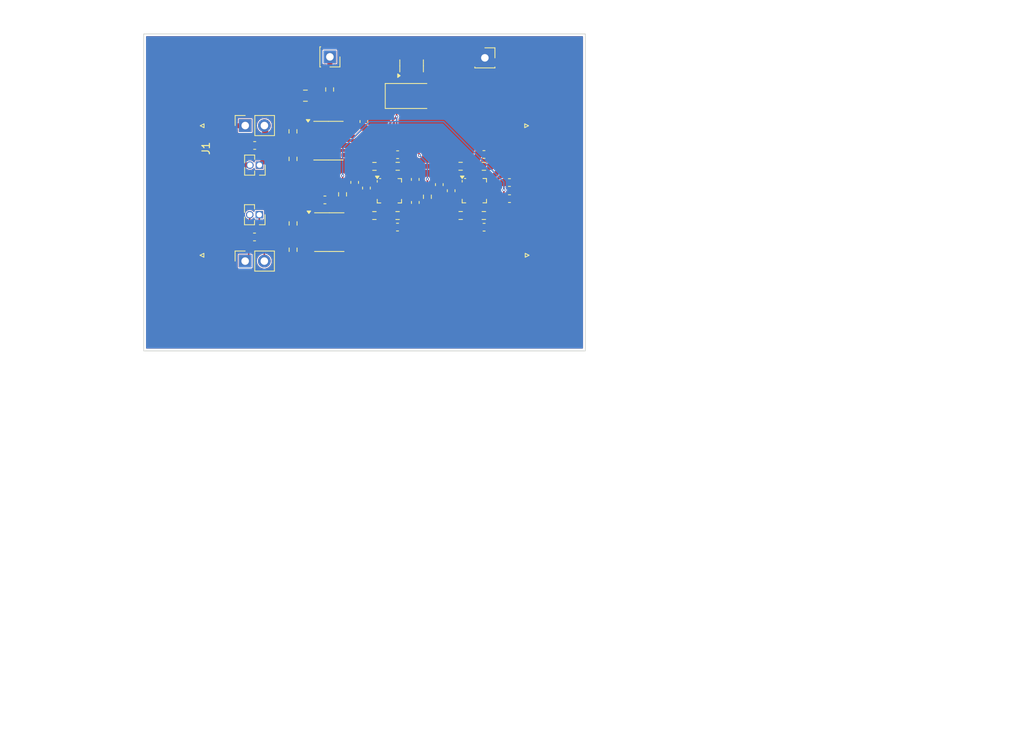
<source format=kicad_pcb>
(kicad_pcb (version 20221018) (generator pcbnew)
  (layers (0 "F.Cu" signal) (31 "B.Cu" signal) (34 "B.Paste" user) (35 "F.Paste" user) (36 "B.SilkS" user "B.Silkscreen") (37 "F.SilkS" user "F.Silkscreen") (38 "B.Mask" user) (39 "F.Mask" user) (44 "Edge.Cuts" user))
  (net 0 "")
  (net 1 "Net-(U4-Vocm)")
  (net 2 "GND")
  (net 3 "/IN+")
  (net 4 "Net-(JP1-B)")
  (net 5 "Net-(U2-OUT-)")
  (net 6 "Net-(U2-IN+)")
  (net 7 "Net-(U2-IN-)")
  (net 8 "Net-(U2-OUT+)")
  (net 9 "/IN-")
  (net 10 "Net-(JP2-B)")
  (net 11 "Net-(U4-OUT-)")
  (net 12 "Net-(U4-IN+)")
  (net 13 "Net-(U4-IN-)")
  (net 14 "Net-(U4-OUT+)")
  (net 15 "+5V")
  (net 16 "/OUT-")
  (net 17 "/OUT+")
  (net 18 "Net-(U1-IN-)")
  (net 19 "Net-(U3-IN-)")
  (net 26 "Net-(U2-Vocm)")
  (net 27 "Net-(J5-Pin_1)")
  (footprint "Connector_PinSocket_2.54mm:PinSocket_1x01_P2.54mm_Vertical" (layer "F.Cu") (at 141.57 70.77)
    (fp_text reference "J6")
    (fp_text value "Conn_01x01_Socket")
    (pad "1" thru_hole rect (at 0 0) (size 1.7 1.7) (drill 1) (layers "*.Cu" "*.Mask") (net 2 "GND"))
  )
  (footprint "Resistor_SMD:R_0603_1608Metric" (layer "F.Cu") (at 116.16 80.5 -90)
    (fp_text reference "R3")
    (fp_text value "2.5Meg")
    (pad "1" smd roundrect (at -0.825 0 270) (size 0.8 0.95) (layers "F.Cu" "F.Paste" "F.Mask") (net 15 "+5V"))
    (pad "2" smd roundrect (at 0.825 0 270) (size 0.8 0.95) (layers "F.Cu" "F.Paste" "F.Mask") (net 4 "Net-(JP1-B)"))
  )
  (footprint "Connector_PinSocket_2.54mm:PinSocket_1x01_P2.54mm_Vertical" (layer "F.Cu") (at 121.05 70.64 -90)
    (fp_text reference "J5")
    (fp_text value "Conn_01x01_Socket")
    (pad "1" thru_hole rect (at 0 0 270) (size 1.7 1.7) (drill 1) (layers "*.Cu" "*.Mask") (net 27 "Net-(J5-Pin_1)"))
  )
  (footprint "Connector_PinSocket_2.54mm:PinSocket_1x02_P2.54mm_Vertical" (layer "F.Cu") (at 109.84 79.735 90)
    (fp_text reference "JP1")
    (fp_text value "Jumper_2_Open")
    (pad "1" thru_hole rect (at 0 0 90) (size 1.7 1.7) (drill 1) (layers "*.Cu" "*.Mask") (net 3 "/IN+"))
    (pad "2" thru_hole oval (at 0 2.54 90) (size 1.7 1.7) (drill 1) (layers "*.Cu" "*.Mask") (net 4 "Net-(JP1-B)"))
  )
  (footprint "Package_DFN_QFN:QFN-16-1EP_3x3mm_P0.5mm_EP1.45x1.45mm" (layer "F.Cu") (at 128.93 88.37)
    (fp_text reference "U2")
    (fp_text value "LT6404IUD")
    (pad "1" smd roundrect (at -1.4375 -0.75) (size 0.875 0.25) (layers "F.Cu" "F.Paste" "F.Mask") (net 15 "+5V"))
    (pad "2" smd roundrect (at -1.4375 -0.25) (size 0.875 0.25) (layers "F.Cu" "F.Paste" "F.Mask") (net 15 "+5V"))
    (pad "3" smd roundrect (at -1.4375 0.25) (size 0.875 0.25) (layers "F.Cu" "F.Paste" "F.Mask") (net 2 "GND"))
    (pad "4" smd roundrect (at -1.4375 0.75) (size 0.875 0.25) (layers "F.Cu" "F.Paste" "F.Mask") (net 26 "Net-(U2-Vocm)"))
    (pad "5" smd roundrect (at -0.75 1.4375) (size 0.25 0.875) (layers "F.Cu" "F.Paste" "F.Mask"))
    (pad "6" smd roundrect (at -0.25 1.4375) (size 0.25 0.875) (layers "F.Cu" "F.Paste" "F.Mask") (net 7 "Net-(U2-IN-)"))
    (pad "7" smd roundrect (at 0.25 1.4375) (size 0.25 0.875) (layers "F.Cu" "F.Paste" "F.Mask") (net 8 "Net-(U2-OUT+)"))
    (pad "8" smd roundrect (at 0.75 1.4375) (size 0.25 0.875) (layers "F.Cu" "F.Paste" "F.Mask"))
    (pad "9" smd roundrect (at 1.4375 0.75) (size 0.875 0.25) (layers "F.Cu" "F.Paste" "F.Mask") (net 2 "GND"))
    (pad "10" smd roundrect (at 1.4375 0.25) (size 0.875 0.25) (layers "F.Cu" "F.Paste" "F.Mask") (net 15 "+5V"))
    (pad "11" smd roundrect (at 1.4375 -0.25) (size 0.875 0.25) (layers "F.Cu" "F.Paste" "F.Mask") (net 15 "+5V"))
    (pad "12" smd roundrect (at 1.4375 -0.75) (size 0.875 0.25) (layers "F.Cu" "F.Paste" "F.Mask") (net 2 "GND"))
    (pad "13" smd roundrect (at 0.75 -1.4375) (size 0.25 0.875) (layers "F.Cu" "F.Paste" "F.Mask"))
    (pad "14" smd roundrect (at 0.25 -1.4375) (size 0.25 0.875) (layers "F.Cu" "F.Paste" "F.Mask") (net 5 "Net-(U2-OUT-)"))
    (pad "15" smd roundrect (at -0.25 -1.4375) (size 0.25 0.875) (layers "F.Cu" "F.Paste" "F.Mask") (net 6 "Net-(U2-IN+)"))
    (pad "16" smd roundrect (at -0.75 -1.4375) (size 0.25 0.875) (layers "F.Cu" "F.Paste" "F.Mask"))
    (pad "17" smd rect (at 0 0) (size 1.45 1.45) (property pad_prop_heatsink) (layers "F.Cu" "F.Mask") (net 2 "GND"))
  )
  (footprint "Capacitor_SMD:C_0603_1608Metric" (layer "F.Cu") (at 130.0025 93.18)
    (fp_text reference "C4")
    (fp_text value "1.5p")
    (pad "1" smd roundrect (at -0.775 0) (size 0.9 0.95) (layers "F.Cu" "F.Paste" "F.Mask") (net 7 "Net-(U2-IN-)"))
    (pad "2" smd roundrect (at 0.775 0) (size 0.9 0.95) (layers "F.Cu" "F.Paste" "F.Mask") (net 8 "Net-(U2-OUT+)"))
  )
  (footprint "Resistor_SMD:R_0603_1608Metric" (layer "F.Cu") (at 116.18 92.695 -90)
    (fp_text reference "R8")
    (fp_text value "2.5Meg")
    (pad "1" smd roundrect (at -0.825 0 270) (size 0.8 0.95) (layers "F.Cu" "F.Paste" "F.Mask") (net 15 "+5V"))
    (pad "2" smd roundrect (at 0.825 0 270) (size 0.8 0.95) (layers "F.Cu" "F.Paste" "F.Mask") (net 10 "Net-(JP2-B)"))
  )
  (footprint "Resistor_SMD:R_0603_1608Metric" (layer "F.Cu") (at 133.9575 89.165 90)
    (fp_text reference "R2")
    (fp_text value "28k")
    (pad "1" smd roundrect (at -0.825 0 90) (size 0.8 0.95) (layers "F.Cu" "F.Paste" "F.Mask") (net 1 "Net-(U4-Vocm)"))
    (pad "2" smd roundrect (at 0.825 0 90) (size 0.8 0.95) (layers "F.Cu" "F.Paste" "F.Mask") (net 15 "+5V"))
  )
  (footprint "Connector_PinSocket_1.27mm:PinSocket_1x02_P1.27mm_Vertical" (layer "F.Cu") (at 111.705 91.54 -90)
    (fp_text reference "JP4")
    (fp_text value "Jumper_2_Open")
    (pad "1" thru_hole rect (at 0 0 270) (size 1 1) (drill 0.7) (layers "*.Cu" "*.Mask") (net 10 "Net-(JP2-B)"))
    (pad "2" thru_hole oval (at 0 1.27 270) (size 1 1) (drill 0.7) (layers "*.Cu" "*.Mask") (net 9 "/IN-"))
  )
  (footprint "Package_DFN_QFN:QFN-16-1EP_3x3mm_P0.5mm_EP1.45x1.45mm" (layer "F.Cu") (at 140.1775 88.355)
    (fp_text reference "U4")
    (fp_text value "LT6404IUD")
    (pad "1" smd roundrect (at -1.4375 -0.75) (size 0.875 0.25) (layers "F.Cu" "F.Paste" "F.Mask") (net 15 "+5V"))
    (pad "2" smd roundrect (at -1.4375 -0.25) (size 0.875 0.25) (layers "F.Cu" "F.Paste" "F.Mask") (net 15 "+5V"))
    (pad "3" smd roundrect (at -1.4375 0.25) (size 0.875 0.25) (layers "F.Cu" "F.Paste" "F.Mask") (net 2 "GND"))
    (pad "4" smd roundrect (at -1.4375 0.75) (size 0.875 0.25) (layers "F.Cu" "F.Paste" "F.Mask") (net 1 "Net-(U4-Vocm)"))
    (pad "5" smd roundrect (at -0.75 1.4375) (size 0.25 0.875) (layers "F.Cu" "F.Paste" "F.Mask"))
    (pad "6" smd roundrect (at -0.25 1.4375) (size 0.25 0.875) (layers "F.Cu" "F.Paste" "F.Mask") (net 13 "Net-(U4-IN-)"))
    (pad "7" smd roundrect (at 0.25 1.4375) (size 0.25 0.875) (layers "F.Cu" "F.Paste" "F.Mask") (net 14 "Net-(U4-OUT+)"))
    (pad "8" smd roundrect (at 0.75 1.4375) (size 0.25 0.875) (layers "F.Cu" "F.Paste" "F.Mask") (net 17 "/OUT+"))
    (pad "9" smd roundrect (at 1.4375 0.75) (size 0.875 0.25) (layers "F.Cu" "F.Paste" "F.Mask") (net 2 "GND"))
    (pad "10" smd roundrect (at 1.4375 0.25) (size 0.875 0.25) (layers "F.Cu" "F.Paste" "F.Mask") (net 15 "+5V"))
    (pad "11" smd roundrect (at 1.4375 -0.25) (size 0.875 0.25) (layers "F.Cu" "F.Paste" "F.Mask") (net 15 "+5V"))
    (pad "12" smd roundrect (at 1.4375 -0.75) (size 0.875 0.25) (layers "F.Cu" "F.Paste" "F.Mask") (net 2 "GND"))
    (pad "13" smd roundrect (at 0.75 -1.4375) (size 0.25 0.875) (layers "F.Cu" "F.Paste" "F.Mask") (net 16 "/OUT-"))
    (pad "14" smd roundrect (at 0.25 -1.4375) (size 0.25 0.875) (layers "F.Cu" "F.Paste" "F.Mask") (net 11 "Net-(U4-OUT-)"))
    (pad "15" smd roundrect (at -0.25 -1.4375) (size 0.25 0.875) (layers "F.Cu" "F.Paste" "F.Mask") (net 12 "Net-(U4-IN+)"))
    (pad "16" smd roundrect (at -0.75 -1.4375) (size 0.25 0.875) (layers "F.Cu" "F.Paste" "F.Mask"))
    (pad "17" smd rect (at 0 0) (size 1.45 1.45) (property pad_prop_heatsink) (layers "F.Cu" "F.Mask") (net 2 "GND"))
  )
  (footprint "Capacitor_SMD:C_0603_1608Metric" (layer "F.Cu") (at 111.07 94.485)
    (fp_text reference "C5")
    (fp_text value "10n")
    (pad "1" smd roundrect (at -0.775 0) (size 0.9 0.95) (layers "F.Cu" "F.Paste" "F.Mask") (net 9 "/IN-"))
    (pad "2" smd roundrect (at 0.775 0) (size 0.9 0.95) (layers "F.Cu" "F.Paste" "F.Mask") (net 10 "Net-(JP2-B)"))
  )
  (footprint "Capacitor_SMD:C_0603_1608Metric" (layer "F.Cu") (at 137.1075 88.365 -90)
    (fp_text reference "C9")
    (fp_text value "100n")
    (pad "1" smd roundrect (at -0.775 0 270) (size 0.9 0.95) (layers "F.Cu" "F.Paste" "F.Mask") (net 2 "GND"))
    (pad "2" smd roundrect (at 0.775 0 270) (size 0.9 0.95) (layers "F.Cu" "F.Paste" "F.Mask") (net 1 "Net-(U4-Vocm)"))
  )
  (footprint "Capacitor_SMD:C_0603_1608Metric" (layer "F.Cu") (at 125.55 79.2 90)
    (fp_text reference "C13")
    (fp_text value "100n")
    (pad "1" smd roundrect (at -0.775 0 90) (size 0.9 0.95) (layers "F.Cu" "F.Paste" "F.Mask") (net 15 "+5V"))
    (pad "2" smd roundrect (at 0.775 0 90) (size 0.9 0.95) (layers "F.Cu" "F.Paste" "F.Mask") (net 2 "GND"))
  )
  (footprint "Resistor_SMD:R_0603_1608Metric" (layer "F.Cu") (at 138.3575 85.125)
    (fp_text reference "R11")
    (fp_text value "49.9")
    (pad "1" smd roundrect (at -0.825 0) (size 0.8 0.95) (layers "F.Cu" "F.Paste" "F.Mask") (net 5 "Net-(U2-OUT-)"))
    (pad "2" smd roundrect (at 0.825 0) (size 0.8 0.95) (layers "F.Cu" "F.Paste" "F.Mask") (net 12 "Net-(U4-IN+)"))
  )
  (footprint "Connector_Coaxial:SMA_Amphenol_132289_EdgeMount" (layer "F.Cu") (at 100.68 79.76 180)
    (fp_text reference "J1" (at -3.96 -3 90) (layer "F.SilkS"))
    (fp_text value "Conn_Coaxial_Small")
    (pad "1" smd rect (at 0 0 270) (size 1.5 5.08) (layers "F.Cu" "F.Paste" "F.Mask") (net 3 "/IN+"))
    (pad "2" smd rect (at 0 -4.25 270) (size 1.5 5.08) (layers "F.Cu" "F.Paste" "F.Mask") (net 2 "GND"))
    (pad "2" smd rect (at 0 -4.25 270) (size 1.5 5.08) (layers "B.Cu" "B.Paste" "B.Mask") (net 2 "GND"))
    (pad "2" smd rect (at 0 4.25 270) (size 1.5 5.08) (layers "F.Cu" "F.Paste" "F.Mask") (net 2 "GND"))
    (pad "2" smd rect (at 0 4.25 270) (size 1.5 5.08) (layers "B.Cu" "B.Paste" "B.Mask") (net 2 "GND"))
  )
  (footprint "Capacitor_SMD:C_0603_1608Metric" (layer "F.Cu") (at 135.5375 87.555 90)
    (fp_text reference "C11")
    (fp_text value "100n")
    (pad "1" smd roundrect (at -0.775 0 90) (size 0.9 0.95) (layers "F.Cu" "F.Paste" "F.Mask") (net 15 "+5V"))
    (pad "2" smd roundrect (at 0.775 0 90) (size 0.9 0.95) (layers "F.Cu" "F.Paste" "F.Mask") (net 2 "GND"))
  )
  (footprint "Resistor_SMD:R_0603_1608Metric" (layer "F.Cu") (at 141.4475 85.135)
    (fp_text reference "R13")
    (fp_text value "499")
    (pad "1" smd roundrect (at -0.825 0) (size 0.8 0.95) (layers "F.Cu" "F.Paste" "F.Mask") (net 12 "Net-(U4-IN+)"))
    (pad "2" smd roundrect (at 0.825 0) (size 0.8 0.95) (layers "F.Cu" "F.Paste" "F.Mask") (net 11 "Net-(U4-OUT-)"))
  )
  (footprint "Connector_PinSocket_1.27mm:PinSocket_1x02_P1.27mm_Vertical" (layer "F.Cu") (at 111.725 84.975 -90)
    (fp_text reference "JP3")
    (fp_text value "Jumper_2_Open")
    (pad "1" thru_hole rect (at 0 0 270) (size 1 1) (drill 0.7) (layers "*.Cu" "*.Mask") (net 4 "Net-(JP1-B)"))
    (pad "2" thru_hole oval (at 0 1.27 270) (size 1 1) (drill 0.7) (layers "*.Cu" "*.Mask") (net 3 "/IN+"))
  )
  (footprint "Capacitor_SMD:C_0603_1608Metric" (layer "F.Cu") (at 120.39 89.58 180)
    (fp_text reference "C12")
    (fp_text value "100n")
    (pad "1" smd roundrect (at -0.775 0 180) (size 0.9 0.95) (layers "F.Cu" "F.Paste" "F.Mask") (net 15 "+5V"))
    (pad "2" smd roundrect (at 0.775 0 180) (size 0.9 0.95) (layers "F.Cu" "F.Paste" "F.Mask") (net 2 "GND"))
  )
  (footprint "Resistor_SMD:R_0603_1608Metric" (layer "F.Cu") (at 126.95 85.14)
    (fp_text reference "R5")
    (fp_text value "49.9")
    (pad "1" smd roundrect (at -0.825 0) (size 0.8 0.95) (layers "F.Cu" "F.Paste" "F.Mask") (net 18 "Net-(U1-IN-)"))
    (pad "2" smd roundrect (at 0.825 0) (size 0.8 0.95) (layers "F.Cu" "F.Paste" "F.Mask") (net 6 "Net-(U2-IN+)"))
  )
  (footprint "Resistor_SMD:R_0603_1608Metric" (layer "F.Cu") (at 130.0125 91.65 180)
    (fp_text reference "R7")
    (fp_text value "1k")
    (pad "1" smd roundrect (at -0.825 0 180) (size 0.8 0.95) (layers "F.Cu" "F.Paste" "F.Mask") (net 8 "Net-(U2-OUT+)"))
    (pad "2" smd roundrect (at 0.825 0 180) (size 0.8 0.95) (layers "F.Cu" "F.Paste" "F.Mask") (net 7 "Net-(U2-IN-)"))
  )
  (footprint "Connector_Coaxial:SMA_Amphenol_132289_EdgeMount" (layer "F.Cu") (at 100.65 96.91 180)
    (fp_text reference "J2")
    (fp_text value "Conn_Coaxial_Small")
    (pad "1" smd rect (at 0 0 270) (size 1.5 5.08) (layers "F.Cu" "F.Paste" "F.Mask") (net 9 "/IN-"))
    (pad "2" smd rect (at 0 -4.25 270) (size 1.5 5.08) (layers "F.Cu" "F.Paste" "F.Mask") (net 2 "GND"))
    (pad "2" smd rect (at 0 -4.25 270) (size 1.5 5.08) (layers "B.Cu" "B.Paste" "B.Mask") (net 2 "GND"))
    (pad "2" smd rect (at 0 4.25 270) (size 1.5 5.08) (layers "F.Cu" "F.Paste" "F.Mask") (net 2 "GND"))
    (pad "2" smd rect (at 0 4.25 270) (size 1.5 5.08) (layers "B.Cu" "B.Paste" "B.Mask") (net 2 "GND"))
  )
  (footprint "Package_TO_SOT_SMD:SOT-23-3" (layer "F.Cu") (at 131.8675 71.83 90)
    (fp_text reference "D1")
    (fp_text value "D_Zener 5.1V")
    (pad "1" smd roundrect (at -1.1375 -0.95 90) (size 1.325 0.6) (layers "F.Cu" "F.Paste" "F.Mask") (net 15 "+5V"))
    (pad "2" smd roundrect (at -1.1375 0.95 90) (size 1.325 0.6) (layers "F.Cu" "F.Paste" "F.Mask") (net 2 "GND"))
    (pad "3" smd roundrect (at 1.1375 0 90) (size 1.325 0.6) (layers "F.Cu" "F.Paste" "F.Mask"))
  )
  (footprint "Resistor_SMD:R_0603_1608Metric" (layer "F.Cu") (at 141.4375 91.645 180)
    (fp_text reference "R14")
    (fp_text value "499")
    (pad "1" smd roundrect (at -0.825 0 180) (size 0.8 0.95) (layers "F.Cu" "F.Paste" "F.Mask") (net 14 "Net-(U4-OUT+)"))
    (pad "2" smd roundrect (at 0.825 0 180) (size 0.8 0.95) (layers "F.Cu" "F.Paste" "F.Mask") (net 13 "Net-(U4-IN-)"))
  )
  (footprint "Diode_SMD:D_SMA" (layer "F.Cu") (at 131.89 75.82)
    (fp_text reference "D2")
    (fp_text value "SS14")
    (pad "1" smd roundrect (at -2 0) (size 2.5 1.8) (layers "F.Cu" "F.Paste" "F.Mask") (roundrect_rratio 0.1388888889) (net 15 "+5V"))
    (pad "2" smd roundrect (at 2 0) (size 2.5 1.8) (layers "F.Cu" "F.Paste" "F.Mask") (roundrect_rratio 0.1388888889) (net 2 "GND"))
  )
  (footprint "Resistor_SMD:R_0603_1608Metric" (layer "F.Cu") (at 138.3675 91.645)
    (fp_text reference "R12")
    (fp_text value "49.9")
    (pad "1" smd roundrect (at -0.825 0) (size 0.8 0.95) (layers "F.Cu" "F.Paste" "F.Mask") (net 8 "Net-(U2-OUT+)"))
    (pad "2" smd roundrect (at 0.825 0) (size 0.8 0.95) (layers "F.Cu" "F.Paste" "F.Mask") (net 13 "Net-(U4-IN-)"))
  )
  (footprint "Package_SO:SO-8_3.9x4.9mm_P1.27mm" (layer "F.Cu") (at 120.86 81.735)
    (fp_text reference "U1")
    (fp_text value "LT6202")
    (pad "1" smd roundrect (at -2.575 -1.905) (size 1.75 0.6) (layers "F.Cu" "F.Paste" "F.Mask"))
    (pad "2" smd roundrect (at -2.575 -0.635) (size 1.75 0.6) (layers "F.Cu" "F.Paste" "F.Mask") (net 18 "Net-(U1-IN-)"))
    (pad "3" smd roundrect (at -2.575 0.635) (size 1.75 0.6) (layers "F.Cu" "F.Paste" "F.Mask") (net 4 "Net-(JP1-B)"))
    (pad "4" smd roundrect (at -2.575 1.905) (size 1.75 0.6) (layers "F.Cu" "F.Paste" "F.Mask") (net 2 "GND"))
    (pad "5" smd roundrect (at 2.575 1.905) (size 1.75 0.6) (layers "F.Cu" "F.Paste" "F.Mask"))
    (pad "6" smd roundrect (at 2.575 0.635) (size 1.75 0.6) (layers "F.Cu" "F.Paste" "F.Mask") (net 18 "Net-(U1-IN-)"))
    (pad "7" smd roundrect (at 2.575 -0.635) (size 1.75 0.6) (layers "F.Cu" "F.Paste" "F.Mask") (net 15 "+5V"))
    (pad "8" smd roundrect (at 2.575 -1.905) (size 1.75 0.6) (layers "F.Cu" "F.Paste" "F.Mask"))
  )
  (footprint "Resistor_SMD:R_0603_1608Metric" (layer "F.Cu") (at 130.03 85.13)
    (fp_text reference "R6")
    (fp_text value "1k")
    (pad "1" smd roundrect (at -0.825 0) (size 0.8 0.95) (layers "F.Cu" "F.Paste" "F.Mask") (net 6 "Net-(U2-IN+)"))
    (pad "2" smd roundrect (at 0.825 0) (size 0.8 0.95) (layers "F.Cu" "F.Paste" "F.Mask") (net 5 "Net-(U2-OUT-)"))
  )
  (footprint "Capacitor_SMD:C_0603_1608Metric" (layer "F.Cu") (at 125.89 88.01 -90)
    (fp_text reference "C14")
    (fp_text value "100n")
    (pad "1" smd roundrect (at -0.775 0 270) (size 0.9 0.95) (layers "F.Cu" "F.Paste" "F.Mask") (net 2 "GND"))
    (pad "2" smd roundrect (at 0.775 0 270) (size 0.9 0.95) (layers "F.Cu" "F.Paste" "F.Mask") (net 26 "Net-(U2-Vocm)"))
  )
  (footprint "Connector_Coaxial:SMA_Amphenol_132289_EdgeMount" (layer "F.Cu") (at 150.6275 96.91)
    (fp_text reference "J4")
    (fp_text value "Conn_Coaxial_Small")
    (pad "1" smd rect (at 0 0 90) (size 1.5 5.08) (layers "F.Cu" "F.Paste" "F.Mask") (net 17 "/OUT+"))
    (pad "2" smd rect (at 0 -4.25 90) (size 1.5 5.08) (layers "F.Cu" "F.Paste" "F.Mask") (net 2 "GND"))
    (pad "2" smd rect (at 0 -4.25 90) (size 1.5 5.08) (layers "B.Cu" "B.Paste" "B.Mask") (net 2 "GND"))
    (pad "2" smd rect (at 0 4.25 90) (size 1.5 5.08) (layers "F.Cu" "F.Paste" "F.Mask") (net 2 "GND"))
    (pad "2" smd rect (at 0 4.25 90) (size 1.5 5.08) (layers "B.Cu" "B.Paste" "B.Mask") (net 2 "GND"))
  )
  (footprint "Resistor_SMD:R_0603_1608Metric" (layer "F.Cu") (at 116.18 96.175 -90)
    (fp_text reference "R9")
    (fp_text value "1Meg")
    (pad "1" smd roundrect (at -0.825 0 270) (size 0.8 0.95) (layers "F.Cu" "F.Paste" "F.Mask") (net 10 "Net-(JP2-B)"))
    (pad "2" smd roundrect (at 0.825 0 270) (size 0.8 0.95) (layers "F.Cu" "F.Paste" "F.Mask") (net 2 "GND"))
  )
  (footprint "Package_SO:SO-8_3.9x4.9mm_P1.27mm" (layer "F.Cu") (at 120.97 93.845)
    (fp_text reference "U3")
    (fp_text value "LT6202")
    (pad "1" smd roundrect (at -2.575 -1.905) (size 1.75 0.6) (layers "F.Cu" "F.Paste" "F.Mask"))
    (pad "2" smd roundrect (at -2.575 -0.635) (size 1.75 0.6) (layers "F.Cu" "F.Paste" "F.Mask") (net 19 "Net-(U3-IN-)"))
    (pad "3" smd roundrect (at -2.575 0.635) (size 1.75 0.6) (layers "F.Cu" "F.Paste" "F.Mask") (net 10 "Net-(JP2-B)"))
    (pad "4" smd roundrect (at -2.575 1.905) (size 1.75 0.6) (layers "F.Cu" "F.Paste" "F.Mask") (net 2 "GND"))
    (pad "5" smd roundrect (at 2.575 1.905) (size 1.75 0.6) (layers "F.Cu" "F.Paste" "F.Mask"))
    (pad "6" smd roundrect (at 2.575 0.635) (size 1.75 0.6) (layers "F.Cu" "F.Paste" "F.Mask") (net 19 "Net-(U3-IN-)"))
    (pad "7" smd roundrect (at 2.575 -0.635) (size 1.75 0.6) (layers "F.Cu" "F.Paste" "F.Mask") (net 15 "+5V"))
    (pad "8" smd roundrect (at 2.575 -1.905) (size 1.75 0.6) (layers "F.Cu" "F.Paste" "F.Mask"))
  )
  (footprint "Resistor_SMD:R_0603_1608Metric" (layer "F.Cu") (at 122.73 88.84 90)
    (fp_text reference "R15")
    (fp_text value "28k")
    (pad "1" smd roundrect (at -0.825 0 90) (size 0.8 0.95) (layers "F.Cu" "F.Paste" "F.Mask") (net 26 "Net-(U2-Vocm)"))
    (pad "2" smd roundrect (at 0.825 0 90) (size 0.8 0.95) (layers "F.Cu" "F.Paste" "F.Mask") (net 15 "+5V"))
  )
  (footprint "Capacitor_SMD:C_0603_1608Metric" (layer "F.Cu") (at 144.83 89.41)
    (fp_text reference "C15")
    (fp_text value "100n")
    (pad "1" smd roundrect (at -0.775 0) (size 0.9 0.95) (layers "F.Cu" "F.Paste" "F.Mask") (net 15 "+5V"))
    (pad "2" smd roundrect (at 0.775 0) (size 0.9 0.95) (layers "F.Cu" "F.Paste" "F.Mask") (net 2 "GND"))
  )
  (footprint "Connector_Coaxial:SMA_Amphenol_132289_EdgeMount" (layer "F.Cu") (at 150.5575 79.76)
    (fp_text reference "J3")
    (fp_text value "Conn_Coaxial_Small")
    (pad "1" smd rect (at 0 0 90) (size 1.5 5.08) (layers "F.Cu" "F.Paste" "F.Mask") (net 16 "/OUT-"))
    (pad "2" smd rect (at 0 -4.25 90) (size 1.5 5.08) (layers "F.Cu" "F.Paste" "F.Mask") (net 2 "GND"))
    (pad "2" smd rect (at 0 -4.25 90) (size 1.5 5.08) (layers "B.Cu" "B.Paste" "B.Mask") (net 2 "GND"))
    (pad "2" smd rect (at 0 4.25 90) (size 1.5 5.08) (layers "F.Cu" "F.Paste" "F.Mask") (net 2 "GND"))
    (pad "2" smd rect (at 0 4.25 90) (size 1.5 5.08) (layers "B.Cu" "B.Paste" "B.Mask") (net 2 "GND"))
  )
  (footprint "Capacitor_SMD:C_0603_1608Metric" (layer "F.Cu") (at 111.095 82.37)
    (fp_text reference "C2")
    (fp_text value "10n")
    (pad "1" smd roundrect (at -0.775 0) (size 0.9 0.95) (layers "F.Cu" "F.Paste" "F.Mask") (net 3 "/IN+"))
    (pad "2" smd roundrect (at 0.775 0) (size 0.9 0.95) (layers "F.Cu" "F.Paste" "F.Mask") (net 4 "Net-(JP1-B)"))
  )
  (footprint "Resistor_SMD:R_0603_1608Metric" (layer "F.Cu") (at 121.02 74.96 -90)
    (fp_text reference "F1")
    (fp_text value "Polyfuse")
    (pad "1" smd roundrect (at -0.825 0 270) (size 0.8 0.95) (layers "F.Cu" "F.Paste" "F.Mask") (net 27 "Net-(J5-Pin_1)"))
    (pad "2" smd roundrect (at 0.825 0 270) (size 0.8 0.95) (layers "F.Cu" "F.Paste" "F.Mask") (net 15 "+5V"))
  )
  (footprint "Capacitor_SMD:C_0603_1608Metric" (layer "F.Cu") (at 132.35 86.865 90)
    (fp_text reference "C16")
    (fp_text value "100n")
    (pad "1" smd roundrect (at -0.775 0 90) (size 0.9 0.95) (layers "F.Cu" "F.Paste" "F.Mask") (net 15 "+5V"))
    (pad "2" smd roundrect (at 0.775 0 90) (size 0.9 0.95) (layers "F.Cu" "F.Paste" "F.Mask") (net 2 "GND"))
  )
  (footprint "Capacitor_SMD:C_0603_1608Metric" (layer "F.Cu") (at 144.82 87.28)
    (fp_text reference "C1")
    (fp_text value "100n")
    (pad "1" smd roundrect (at -0.775 0) (size 0.9 0.95) (layers "F.Cu" "F.Paste" "F.Mask") (net 15 "+5V"))
    (pad "2" smd roundrect (at 0.775 0) (size 0.9 0.95) (layers "F.Cu" "F.Paste" "F.Mask") (net 2 "GND"))
  )
  (footprint "Capacitor_SMD:C_0603_1608Metric" (layer "F.Cu") (at 124.33 87.26 90)
    (fp_text reference "C10")
    (fp_text value "100n")
    (pad "1" smd roundrect (at -0.775 0 90) (size 0.9 0.95) (layers "F.Cu" "F.Paste" "F.Mask") (net 15 "+5V"))
    (pad "2" smd roundrect (at 0.775 0 90) (size 0.9 0.95) (layers "F.Cu" "F.Paste" "F.Mask") (net 2 "GND"))
  )
  (footprint "Resistor_SMD:R_0603_1608Metric" (layer "F.Cu") (at 126.9425 91.65)
    (fp_text reference "R10")
    (fp_text value "49.9")
    (pad "1" smd roundrect (at -0.825 0) (size 0.8 0.95) (layers "F.Cu" "F.Paste" "F.Mask") (net 19 "Net-(U3-IN-)"))
    (pad "2" smd roundrect (at 0.825 0) (size 0.8 0.95) (layers "F.Cu" "F.Paste" "F.Mask") (net 7 "Net-(U2-IN-)"))
  )
  (footprint "Capacitor_SMD:C_0603_1608Metric" (layer "F.Cu") (at 132.36 89.915 -90)
    (fp_text reference "C17")
    (fp_text value "100n")
    (pad "1" smd roundrect (at -0.775 0 270) (size 0.9 0.95) (layers "F.Cu" "F.Paste" "F.Mask") (net 15 "+5V"))
    (pad "2" smd roundrect (at 0.775 0 270) (size 0.9 0.95) (layers "F.Cu" "F.Paste" "F.Mask") (net 2 "GND"))
  )
  (footprint "Capacitor_SMD:C_0805_2012Metric" (layer "F.Cu") (at 117.81 75.78 180)
    (fp_text reference "C8")
    (fp_text value "1u")
    (pad "1" smd roundrect (at -0.95 0 180) (size 1 1.45) (layers "F.Cu" "F.Paste" "F.Mask") (net 15 "+5V"))
    (pad "2" smd roundrect (at 0.95 0 180) (size 1 1.45) (layers "F.Cu" "F.Paste" "F.Mask") (net 2 "GND"))
  )
  (footprint "Resistor_SMD:R_0603_1608Metric" (layer "F.Cu") (at 116.17 84.15 -90)
    (fp_text reference "R4")
    (fp_text value "1Meg")
    (pad "1" smd roundrect (at -0.825 0 270) (size 0.8 0.95) (layers "F.Cu" "F.Paste" "F.Mask") (net 4 "Net-(JP1-B)"))
    (pad "2" smd roundrect (at 0.825 0 270) (size 0.8 0.95) (layers "F.Cu" "F.Paste" "F.Mask") (net 2 "GND"))
  )
  (footprint "Connector_PinSocket_2.54mm:PinSocket_1x02_P2.54mm_Vertical" (layer "F.Cu") (at 109.83 97.68 90)
    (fp_text reference "JP2")
    (fp_text value "Jumper_2_Open")
    (pad "1" thru_hole rect (at 0 0 90) (size 1.7 1.7) (drill 1) (layers "*.Cu" "*.Mask") (net 9 "/IN-"))
    (pad "2" thru_hole oval (at 0 2.54 90) (size 1.7 1.7) (drill 1) (layers "*.Cu" "*.Mask") (net 10 "Net-(JP2-B)"))
  )
  (footprint "Capacitor_SMD:C_0603_1608Metric" (layer "F.Cu") (at 141.4475 83.565 180)
    (fp_text reference "C6")
    (fp_text value "1.5p")
    (pad "1" smd roundrect (at -0.775 0 180) (size 0.9 0.95) (layers "F.Cu" "F.Paste" "F.Mask") (net 11 "Net-(U4-OUT-)"))
    (pad "2" smd roundrect (at 0.775 0 180) (size 0.9 0.95) (layers "F.Cu" "F.Paste" "F.Mask") (net 12 "Net-(U4-IN+)"))
  )
  (footprint "Capacitor_SMD:C_0603_1608Metric" (layer "F.Cu") (at 130.02 83.59 180)
    (fp_text reference "C3")
    (fp_text value "1.5p")
    (pad "1" smd roundrect (at -0.775 0 180) (size 0.9 0.95) (layers "F.Cu" "F.Paste" "F.Mask") (net 5 "Net-(U2-OUT-)"))
    (pad "2" smd roundrect (at 0.775 0 180) (size 0.9 0.95) (layers "F.Cu" "F.Paste" "F.Mask") (net 6 "Net-(U2-IN+)"))
  )
  (footprint "Capacitor_SMD:C_0603_1608Metric" (layer "F.Cu") (at 141.4675 93.195)
    (fp_text reference "C7")
    (fp_text value "1.5p")
    (pad "1" smd roundrect (at -0.775 0) (size 0.9 0.95) (layers "F.Cu" "F.Paste" "F.Mask") (net 13 "Net-(U4-IN-)"))
    (pad "2" smd roundrect (at 0.775 0) (size 0.9 0.95) (layers "F.Cu" "F.Paste" "F.Mask") (net 14 "Net-(U4-OUT+)"))
  )
  (gr_rect (start 96.4 67.6) (end 154.87 109.57) (stroke (width 0.1)) (fill none) (layer "Edge.Cuts"))
  (segment (start 137.1425 89.105) (end 137.1075 89.14) (width 0.2) (layer "F.Cu") (net 1))
  (segment (start 136.3125 89.14) (end 135.4375 90.015) (width 0.2) (layer "F.Cu") (net 1))
  (segment (start 138.74 89.105) (end 137.1425 89.105) (width 0.2) (layer "F.Cu") (net 1))
  (segment (start 133.9825 90.015) (end 133.9575 89.99) (width 0.2) (layer "F.Cu") (net 1))
  (segment (start 135.4375 90.015) (end 133.9825 90.015) (width 0.2) (layer "F.Cu") (net 1))
  (segment (start 137.1075 89.14) (end 136.3125 89.14) (width 0.2) (layer "F.Cu") (net 1))
  (segment (start 138.74 88.605) (end 139.9275 88.605) (width 0.2) (layer "F.Cu") (net 2))
  (segment (start 129.68 87.62) (end 130.3675 87.62) (width 0.2) (layer "F.Cu") (net 2))
  (segment (start 128.93 88.37) (end 129.68 87.62) (width 0.2) (layer "F.Cu") (net 2))
  (segment (start 128.68 88.62) (end 128.93 88.37) (width 0.2) (layer "F.Cu") (net 2))
  (segment (start 127.4925 88.62) (end 128.68 88.62) (width 0.2) (layer "F.Cu") (net 2))
  (segment (start 140.1775 88.355) (end 140.9275 89.105) (width 0.2) (layer "F.Cu") (net 2))
  (segment (start 129.68 89.12) (end 130.3675 89.12) (width 0.2) (layer "F.Cu") (net 2))
  (segment (start 140.9275 89.105) (end 141.615 89.105) (width 0.2) (layer "F.Cu") (net 2))
  (segment (start 141.615 87.605) (end 140.9275 87.605) (width 0.2) (layer "F.Cu") (net 2))
  (segment (start 128.93 88.37) (end 129.68 89.12) (width 0.2) (layer "F.Cu") (net 2))
  (segment (start 139.9275 88.605) (end 140.1775 88.355) (width 0.2) (layer "F.Cu") (net 2))
  (segment (start 140.9275 87.605) (end 140.1775 88.355) (width 0.2) (layer "F.Cu") (net 2))
  (segment (start 107.32 82.37) (end 109.925 84.975) (width 0.66) (layer "F.Cu") (net 3))
  (segment (start 107.31 82.37) (end 107.32 82.37) (width 0.66) (layer "F.Cu") (net 3))
  (segment (start 104.7 79.76) (end 109.815 79.76) (width 0.66) (layer "F.Cu") (net 3))
  (segment (start 100.68 79.76) (end 104.7 79.76) (width 0.66) (layer "F.Cu") (net 3))
  (segment (start 104.7 79.76) (end 107.31 82.37) (width 0.66) (layer "F.Cu") (net 3))
  (segment (start 109.925 84.975) (end 110.455 84.975) (width 0.66) (layer "F.Cu") (net 3))
  (segment (start 107.31 82.37) (end 110.32 82.37) (width 0.66) (layer "F.Cu") (net 3))
  (segment (start 109.815 79.76) (end 109.84 79.735) (width 0.66) (layer "F.Cu") (net 3))
  (segment (start 111.87 84.96) (end 111.665 85.165) (width 0.2) (layer "F.Cu") (net 4))
  (segment (start 112.38 80.46) (end 112.38 79.735) (width 0.66) (layer "F.Cu") (net 4))
  (segment (start 112.38 79.735) (end 112.38 79.94) (width 0.2) (layer "F.Cu") (net 4))
  (segment (start 115.24 82.37) (end 118.285 82.37) (width 0.66) (layer "F.Cu") (net 4))
  (segment (start 114.33 82.37) (end 111.725 84.975) (width 0.66) (layer "F.Cu") (net 4))
  (segment (start 114.83 82.37) (end 114.29 82.37) (width 0.66) (layer "F.Cu") (net 4))
  (segment (start 114.29 82.37) (end 112.38 80.46) (width 0.66) (layer "F.Cu") (net 4))
  (segment (start 111.87 82.37) (end 114.83 82.37) (width 0.66) (layer "F.Cu") (net 4))
  (segment (start 116.16 81.325) (end 116.16 83.315) (width 0.66) (layer "F.Cu") (net 4))
  (segment (start 115.24 82.37) (end 114.33 82.37) (width 0.66) (layer "F.Cu") (net 4))
  (segment (start 116.16 83.315) (end 116.17 83.325) (width 0.66) (layer "F.Cu") (net 4))
  (segment (start 114.83 82.37) (end 115.24 82.37) (width 0.66) (layer "F.Cu") (net 4))
  (segment (start 130.795 85.07) (end 130.855 85.13) (width 0.66) (layer "F.Cu") (net 5))
  (segment (start 130.795 83.59) (end 130.795 85.07) (width 0.66) (layer "F.Cu") (net 5))
  (segment (start 129.18 86.9325) (end 129.18 86.42) (width 0.2) (layer "F.Cu") (net 5))
  (segment (start 137.5275 85.13) (end 137.5325 85.125) (width 0.66) (layer "F.Cu") (net 5))
  (segment (start 129.18 86.42) (end 130.47 85.13) (width 0.2) (layer "F.Cu") (net 5))
  (segment (start 130.855 85.13) (end 137.5275 85.13) (width 0.66) (layer "F.Cu") (net 5))
  (segment (start 129.195 85.14) (end 129.205 85.13) (width 0.66) (layer "F.Cu") (net 6))
  (segment (start 129.205 85.665) (end 129.205 85.13) (width 0.2) (layer "F.Cu") (net 6))
  (segment (start 129.205 85.13) (end 129.205 83.63) (width 0.66) (layer "F.Cu") (net 6))
  (segment (start 128.68 86.19) (end 129.205 85.665) (width 0.2) (layer "F.Cu") (net 6))
  (segment (start 127.775 85.14) (end 129.195 85.14) (width 0.66) (layer "F.Cu") (net 6))
  (segment (start 128.68 86.9325) (end 128.68 86.19) (width 0.2) (layer "F.Cu") (net 6))
  (segment (start 129.205 83.63) (end 129.245 83.59) (width 0.66) (layer "F.Cu") (net 6))
  (segment (start 129.2275 91.69) (end 129.1875 91.65) (width 0.2) (layer "F.Cu") (net 7))
  (segment (start 128.4925 90.89) (end 128.4925 91.63) (width 0.2) (layer "F.Cu") (net 7))
  (segment (start 128.68 89.8075) (end 128.68 90.7025) (width 0.2) (layer "F.Cu") (net 7))
  (segment (start 128.4925 91.63) (end 128.4725 91.65) (width 0.2) (layer "F.Cu") (net 7))
  (segment (start 129.2275 93.18) (end 129.2275 91.69) (width 0.2) (layer "F.Cu") (net 7))
  (segment (start 127.7675 91.65) (end 128.4725 91.65) (width 0.2) (layer "F.Cu") (net 7))
  (segment (start 128.4725 91.65) (end 129.1875 91.65) (width 0.2) (layer "F.Cu") (net 7))
  (segment (start 128.68 90.7025) (end 128.4925 90.89) (width 0.2) (layer "F.Cu") (net 7))
  (segment (start 130.7775 91.71) (end 130.8375 91.65) (width 0.2) (layer "F.Cu") (net 8))
  (segment (start 129.18 90.244999) (end 130.585001 91.65) (width 0.2) (layer "F.Cu") (net 8))
  (segment (start 137.5375 91.65) (end 137.5425 91.645) (width 0.2) (layer "F.Cu") (net 8))
  (segment (start 130.585001 91.65) (end 130.8375 91.65) (width 0.2) (layer "F.Cu") (net 8))
  (segment (start 130.7775 93.18) (end 130.7775 91.71) (width 0.2) (layer "F.Cu") (net 8))
  (segment (start 130.8375 91.65) (end 137.5375 91.65) (width 0.2) (layer "F.Cu") (net 8))
  (segment (start 129.18 89.8075) (end 129.18 90.244999) (width 0.2) (layer "F.Cu") (net 8))
  (segment (start 110.295 94.485) (end 110.295 97.215) (width 0.2) (layer "F.Cu") (net 9))
  (segment (start 110.265 94.455) (end 110.295 94.485) (width 0.2) (layer "F.Cu") (net 9))
  (segment (start 110.435 94.345) (end 110.295 94.485) (width 0.2) (layer "F.Cu") (net 9))
  (segment (start 110.295 97.215) (end 109.83 97.68) (width 0.2) (layer "F.Cu") (net 9))
  (segment (start 110.435 91.54) (end 110.435 94.345) (width 0.2) (layer "F.Cu") (net 9))
  (segment (start 116.18 94.485) (end 116.185 94.48) (width 0.2) (layer "F.Cu") (net 10))
  (segment (start 116.185 94.48) (end 118.395 94.48) (width 0.2) (layer "F.Cu") (net 10))
  (segment (start 111.845 94.485) (end 116.14 94.485) (width 0.2) (layer "F.Cu") (net 10))
  (segment (start 111.705 94.345) (end 111.845 94.485) (width 0.2) (layer "F.Cu") (net 10))
  (segment (start 116.18 94.485) (end 116.18 94.555) (width 0.2) (layer "F.Cu") (net 10))
  (segment (start 116.18 94.555) (end 116.18 95.35) (width 0.2) (layer "F.Cu") (net 10))
  (segment (start 116.14 94.485) (end 116.16 94.465) (width 0.2) (layer "F.Cu") (net 10))
  (segment (start 112.37 95.01) (end 111.845 94.485) (width 0.2) (layer "F.Cu") (net 10))
  (segment (start 116.18 93.52) (end 116.18 94.555) (width 0.2) (layer "F.Cu") (net 10))
  (segment (start 111.705 91.54) (end 111.705 94.345) (width 0.2) (layer "F.Cu") (net 10))
  (segment (start 112.37 97.68) (end 112.37 95.01) (width 0.2) (layer "F.Cu") (net 10))
  (segment (start 116.16 94.465) (end 116.18 94.485) (width 0.2) (layer "F.Cu") (net 10))
  (segment (start 140.89 86.02) (end 141.3875 86.02) (width 0.2) (layer "F.Cu") (net 11))
  (segment (start 141.3875 86.02) (end 142.2725 85.135) (width 0.2) (layer "F.Cu") (net 11))
  (segment (start 140.4275 86.9175) (end 140.4275 86.4825) (width 0.2) (layer "F.Cu") (net 11))
  (segment (start 142.2225 83.565) (end 142.2225 85.085) (width 0.2) (layer "F.Cu") (net 11))
  (segment (start 142.2225 85.085) (end 142.2725 85.135) (width 0.2) (layer "F.Cu") (net 11))
  (segment (start 140.4275 86.4825) (end 140.89 86.02) (width 0.2) (layer "F.Cu") (net 11))
  (segment (start 140.6125 85.125) (end 140.6225 85.135) (width 0.66) (layer "F.Cu") (net 12))
  (segment (start 139.9275 86.9175) (end 139.9275 86.4425) (width 0.2) (layer "F.Cu") (net 12))
  (segment (start 140.6225 85.7475) (end 140.6225 85.135) (width 0.2) (layer "F.Cu") (net 12))
  (segment (start 140.6225 83.615) (end 140.6725 83.565) (width 0.66) (layer "F.Cu") (net 12))
  (segment (start 139.1825 85.125) (end 140.6125 85.125) (width 0.66) (layer "F.Cu") (net 12))
  (segment (start 140.6225 85.135) (end 140.6225 83.615) (width 0.66) (layer "F.Cu") (net 12))
  (segment (start 139.9275 86.4425) (end 140.6225 85.7475) (width 0.2) (layer "F.Cu") (net 12))
  (segment (start 139.3325 91.675) (end 139.3025 91.645) (width 0.2) (layer "F.Cu") (net 13))
  (segment (start 140.6925 93.195) (end 140.6925 91.725) (width 0.2) (layer "F.Cu") (net 13))
  (segment (start 140.6925 91.725) (end 140.6125 91.645) (width 0.2) (layer "F.Cu") (net 13))
  (segment (start 139.9175 91.675) (end 139.3325 91.675) (width 0.2) (layer "F.Cu") (net 13))
  (segment (start 139.9275 89.885) (end 139.9275 91.665) (width 0.2) (layer "F.Cu") (net 13))
  (segment (start 140.7425 91.675) (end 139.9175 91.675) (width 0.2) (layer "F.Cu") (net 13))
  (segment (start 139.9275 91.665) (end 139.9175 91.675) (width 0.2) (layer "F.Cu") (net 13))
  (segment (start 142.2625 91.645) (end 142.2625 93.175) (width 0.2) (layer "F.Cu") (net 14))
  (segment (start 141.6875 91.645) (end 140.4275 90.385) (width 0.2) (layer "F.Cu") (net 14))
  (segment (start 142.2625 93.175) (end 142.2425 93.195) (width 0.2) (layer "F.Cu") (net 14))
  (segment (start 140.4275 90.385) (end 140.4275 89.885) (width 0.2) (layer "F.Cu") (net 14))
  (segment (start 142.2625 91.645) (end 141.6875 91.645) (width 0.2) (layer "F.Cu") (net 14))
  (segment (start 129.89 75.82) (end 129.89 78.55) (width 0.2) (layer "F.Cu") (net 15))
  (segment (start 133.16 88.34) (end 132.36 89.14) (width 0.2) (layer "F.Cu") (net 15))
  (segment (start 124.425 81.1) (end 123.435 81.1) (width 0.2) (layer "F.Cu") (net 15))
  (segment (start 125.55 79.975) (end 128.465 79.975) (width 0.2) (layer "F.Cu") (net 15))
  (segment (start 138.74 87.605) (end 138.74 88.105) (width 0.2) (layer "F.Cu") (net 15))
  (segment (start 129.89 80.4925) (end 129.89 78.55) (width 0.2) (layer "F.Cu") (net 15))
  (segment (start 138.74 88.105) (end 138.302501 88.105) (width 0.2) (layer "F.Cu") (net 15))
  (segment (start 130.3675 88.62) (end 130.3675 88.12) (width 0.2) (layer "F.Cu") (net 15))
  (segment (start 127.4925 87.62) (end 127.4925 88.12) (width 0.2) (layer "F.Cu") (net 15))
  (segment (start 143.2925 88.605) (end 143.8175 89.13) (width 0.2) (layer "F.Cu") (net 15))
  (segment (start 132.92 83.5225) (end 129.89 80.4925) (width 0.2) (layer "F.Cu") (net 15))
  (segment (start 124.33 88.035) (end 127.4075 88.035) (width 0.2) (layer "F.Cu") (net 15))
  (segment (start 132.36 89.14) (end 131.84 88.62) (width 0.2) (layer "F.Cu") (net 15))
  (segment (start 131.84 88.62) (end 130.3675 88.62) (width 0.2) (layer "F.Cu") (net 15))
  (segment (start 133.9575 88.34) (end 135.5275 88.34) (width 0.2) (layer "F.Cu") (net 15))
  (segment (start 131.87 88.12) (end 132.35 87.64) (width 0.2) (layer "F.Cu") (net 15))
  (segment (start 122.670001 93.21) (end 123.545 93.21) (width 0.2) (layer "F.Cu") (net 15))
  (segment (start 121.165 91.704999) (end 122.670001 93.21) (width 0.2) (layer "F.Cu") (net 15))
  (segment (start 121.02 75.785) (end 118.765 75.785) (width 0.2) (layer "F.Cu") (net 15))
  (segment (start 122.73 88.015) (end 124.31 88.015) (width 0.2) (layer "F.Cu") (net 15))
  (segment (start 141.615 88.105) (end 143.3475 88.105) (width 0.2) (layer "F.Cu") (net 15))
  (segment (start 130.3675 88.12) (end 131.87 88.12) (width 0.2) (layer "F.Cu") (net 15))
  (segment (start 143.82 87.6375) (end 143.8175 87.635) (width 0.2) (layer "F.Cu") (net 15))
  (segment (start 143.3475 88.105) (end 143.8175 87.635) (width 0.2) (layer "F.Cu") (net 15))
  (segment (start 144.09 88.29) (end 144.09 87.6375) (width 0.2) (layer "F.Cu") (net 15))
  (segment (start 143.82 89.1275) (end 143.8175 89.13) (width 0.2) (layer "F.Cu") (net 15))
  (segment (start 122.74 88.005) (end 122.73 88.015) (width 0.2) (layer "F.Cu") (net 15))
  (segment (start 144.09 88.29) (end 144.09 89.1275) (width 0.2) (layer "F.Cu") (net 15))
  (segment (start 118.76 75.78) (end 116.16 78.38) (width 0.2) (layer "F.Cu") (net 15))
  (segment (start 141.615 88.105) (end 141.615 88.605) (width 0.2) (layer "F.Cu") (net 15))
  (segment (start 129.89 75.24) (end 130.9175 74.2125) (width 0.2) (layer "F.Cu") (net 15))
  (segment (start 118.765 75.785) (end 118.76 75.78) (width 0.2) (layer "F.Cu") (net 15))
  (segment (start 133.9575 88.34) (end 133.16 88.34) (width 0.2) (layer "F.Cu") (net 15))
  (segment (start 138.302501 88.105) (end 138.077501 88.33) (width 0.2) (layer "F.Cu") (net 15))
  (segment (start 122.73 88.015) (end 121.165 89.58) (width 0.2) (layer "F.Cu") (net 15))
  (segment (start 121.165 89.58) (end 121.165 91.704999) (width 0.2) (layer "F.Cu") (net 15))
  (segment (start 129.89 75.82) (end 129.89 75.24) (width 0.2) (layer "F.Cu") (net 15))
  (segment (start 130.9175 74.2125) (end 130.9175 72.9675) (width 0.2) (layer "F.Cu") (net 15))
  (segment (start 128.465 79.975) (end 129.89 78.55) (width 0.2) (layer "F.Cu") (net 15))
  (segment (start 133.9575 86.83) (end 133.9575 88.34) (width 0.2) (layer "F.Cu") (net 15))
  (segment (start 117.29 90.76) (end 116.18 91.87) (width 0.2) (layer "F.Cu") (net 15))
  (segment (start 116.16 78.38) (end 116.16 79.675) (width 0.2) (layer "F.Cu") (net 15))
  (segment (start 121.02 75.785) (end 129.855 75.785) (width 0.2) (layer "F.Cu") (net 15))
  (segment (start 122.74 86.37) (end 122.74 88.005) (width 0.2) (layer "F.Cu") (net 15))
  (segment (start 133.05 88.34) (end 132.35 87.64) (width 0.2) (layer "F.Cu") (net 15))
  (segment (start 125.55 79.975) (end 124.425 81.1) (width 0.2) (layer "F.Cu") (net 15))
  (segment (start 133.9575 88.34) (end 133.05 88.34) (width 0.2) (layer "F.Cu") (net 15))
  (segment (start 127.4075 88.035) (end 127.4925 88.12) (width 0.2) (layer "F.Cu") (net 15))
  (segment (start 129.855 75.785) (end 129.89 75.82) (width 0.2) (layer "F.Cu") (net 15))
  (segment (start 132.92 83.7) (end 132.92 83.5225) (width 0.2) (layer "F.Cu") (net 15))
  (segment (start 138.077501 88.33) (end 135.5375 88.33) (width 0.2) (layer "F.Cu") (net 15))
  (segment (start 119.985 90.76) (end 117.29 90.76) (width 0.2) (layer "F.Cu") (net 15))
  (segment (start 124.31 88.015) (end 124.33 88.035) (width 0.2) (layer "F.Cu") (net 15))
  (segment (start 121.165 89.58) (end 119.985 90.76) (width 0.2) (layer "F.Cu") (net 15))
  (segment (start 135.5275 88.34) (end 135.5375 88.33) (width 0.2) (layer "F.Cu") (net 15))
  (segment (start 141.615 88.605) (end 143.2925 88.605) (width 0.2) (layer "F.Cu") (net 15))
  (via (at 132.92 83.7) (size 0.4) (drill 0.2) (layers "F.Cu" "B.Cu") (net 15))
  (via (at 144.09 88.29) (size 0.4) (drill 0.2) (layers "F.Cu" "B.Cu") (net 15))
  (via (at 129.89 78.55) (size 0.4) (drill 0.2) (layers "F.Cu" "B.Cu") (net 15))
  (via (at 122.74 86.37) (size 0.4) (drill 0.2) (layers "F.Cu" "B.Cu") (net 15))
  (via (at 133.9575 86.83) (size 0.4) (drill 0.2) (layers "F.Cu" "B.Cu") (net 15))
  (segment (start 133.9575 84.7375) (end 132.92 83.7) (width 0.2) (layer "B.Cu") (net 15))
  (segment (start 136.11 79.22) (end 129.89 79.22) (width 0.2) (layer "B.Cu") (net 15))
  (segment (start 133.9575 86.83) (end 133.9575 84.7375) (width 0.2) (layer "B.Cu") (net 15))
  (segment (start 129.89 79.22) (end 126.3 79.22) (width 0.2) (layer "B.Cu") (net 15))
  (segment (start 122.74 82.78) (end 122.74 86.37) (width 0.2) (layer "B.Cu") (net 15))
  (segment (start 144.09 87.2) (end 136.11 79.22) (width 0.2) (layer "B.Cu") (net 15))
  (segment (start 129.89 78.55) (end 129.89 79.22) (width 0.2) (layer "B.Cu") (net 15))
  (segment (start 126.3 79.22) (end 122.74 82.78) (width 0.2) (layer "B.Cu") (net 15))
  (segment (start 144.09 88.29) (end 144.09 87.2) (width 0.2) (layer "B.Cu") (net 15))
  (segment (start 149.4 79.76) (end 142.2425 86.9175) (width 0.66) (layer "F.Cu") (net 16))
  (segment (start 142.2425 86.9175) (end 141.0125 86.9175) (width 0.66) (layer "F.Cu") (net 16))
  (segment (start 150.5575 79.76) (end 149.4 79.76) (width 0.66) (layer "F.Cu") (net 16))
  (segment (start 140.9275 89.7925) (end 142.2625 89.7925) (width 0.2) (layer "F.Cu") (net 17))
  (segment (start 149.38 96.91) (end 150.6275 96.91) (width 0.2) (layer "F.Cu") (net 17))
  (segment (start 142.2625 89.7925) (end 149.38 96.91) (width 0.2) (layer "F.Cu") (net 17))
  (segment (start 121.59 82.37) (end 120.32 81.1) (width 0.66) (layer "F.Cu") (net 18))
  (segment (start 125.47 82.37) (end 123.435 82.37) (width 0.66) (layer "F.Cu") (net 18))
  (segment (start 120.32 81.1) (end 118.285 81.1) (width 0.66) (layer "F.Cu") (net 18))
  (segment (start 123.435 82.37) (end 121.59 82.37) (width 0.66) (layer "F.Cu") (net 18))
  (segment (start 126.125 85.14) (end 126.125 83.025) (width 0.66) (layer "F.Cu") (net 18))
  (segment (start 126.125 83.025) (end 125.47 82.37) (width 0.66) (layer "F.Cu") (net 18))
  (segment (start 121.57 94.48) (end 123.545 94.48) (width 0.2) (layer "F.Cu") (net 19))
  (segment (start 123.545 94.48) (end 125.33 94.48) (width 0.2) (layer "F.Cu") (net 19))
  (segment (start 118.395 93.21) (end 120.3 93.21) (width 0.2) (layer "F.Cu") (net 19))
  (segment (start 120.3 93.21) (end 121.57 94.48) (width 0.2) (layer "F.Cu") (net 19))
  (segment (start 126.1175 93.6925) (end 126.1175 91.65) (width 0.2) (layer "F.Cu") (net 19))
  (segment (start 125.33 94.48) (end 126.1175 93.6925) (width 0.2) (layer "F.Cu") (net 19))
  (segment (start 125.19 88.785) (end 125.89 88.785) (width 0.2) (layer "F.Cu") (net 26))
  (segment (start 122.73 89.665) (end 124.3 89.665) (width 0.2) (layer "F.Cu") (net 26))
  (segment (start 124.305 89.67) (end 125.19 88.785) (width 0.2) (layer "F.Cu") (net 26))
  (segment (start 126.605 88.785) (end 126.94 89.12) (width 0.2) (layer "F.Cu") (net 26))
  (segment (start 125.89 88.785) (end 126.605 88.785) (width 0.2) (layer "F.Cu") (net 26))
  (segment (start 126.94 89.12) (end 127.4925 89.12) (width 0.2) (layer "F.Cu") (net 26))
  (segment (start 124.3 89.665) (end 124.305 89.67) (width 0.2) (layer "F.Cu") (net 26))
  (segment (start 121.05 74.105) (end 121.02 74.135) (width 0.66) (layer "F.Cu") (net 27))
  (segment (start 121.05 70.64) (end 121.05 74.105) (width 0.66) (layer "F.Cu") (net 27))
  (zone (net 2) (net_name "GND") (layers "F&B.Cu") (connect_pads yes (clearance 0.1)) (min_thickness 0.16) (fill yes (thermal_gap 0.5) (thermal_bridge_width 0.5))
    (polygon (pts (xy 89.71 63.93) (xy 211.21 63.64) (xy 212.97 160.46) (xy 77.37 161.49) (xy 80.6 63.79)))
  )
)
</source>
